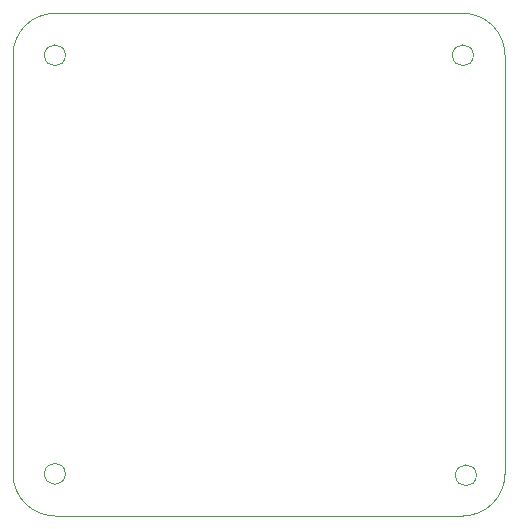
<source format=gm1>
G04 #@! TF.GenerationSoftware,KiCad,Pcbnew,(5.1.10)-1*
G04 #@! TF.CreationDate,2022-03-04T01:02:41-08:00*
G04 #@! TF.ProjectId,Chekov,4368656b-6f76-42e6-9b69-6361645f7063,rev?*
G04 #@! TF.SameCoordinates,Original*
G04 #@! TF.FileFunction,Profile,NP*
%FSLAX46Y46*%
G04 Gerber Fmt 4.6, Leading zero omitted, Abs format (unit mm)*
G04 Created by KiCad (PCBNEW (5.1.10)-1) date 2022-03-04 01:02:41*
%MOMM*%
%LPD*%
G01*
G04 APERTURE LIST*
G04 #@! TA.AperFunction,Profile*
%ADD10C,0.101600*%
G04 #@! TD*
G04 #@! TA.AperFunction,Profile*
%ADD11C,0.100000*%
G04 #@! TD*
G04 APERTURE END LIST*
D10*
X76200000Y-54356000D02*
G75*
G02*
X79756000Y-50800000I3556000J0D01*
G01*
X79756000Y-93345000D02*
G75*
G02*
X76200000Y-89789000I0J3556000D01*
G01*
X117856000Y-89789000D02*
G75*
G02*
X114300000Y-93345000I-3556000J0D01*
G01*
X114300000Y-50800000D02*
G75*
G02*
X117856000Y-54356000I0J-3556000D01*
G01*
X79756000Y-50800000D02*
X114300000Y-50800000D01*
X76200000Y-54356000D02*
X76200000Y-89789000D01*
X114300000Y-93345000D02*
X79756000Y-93345000D01*
X117856000Y-54356000D02*
X117856000Y-89789000D01*
D11*
X80645000Y-54356000D02*
G75*
G03*
X80645000Y-54356000I-889000J0D01*
G01*
X80645000Y-89789000D02*
G75*
G03*
X80645000Y-89789000I-889000J0D01*
G01*
X115443000Y-89916000D02*
G75*
G03*
X115443000Y-89916000I-889000J0D01*
G01*
X115189000Y-54356000D02*
G75*
G03*
X115189000Y-54356000I-889000J0D01*
G01*
M02*

</source>
